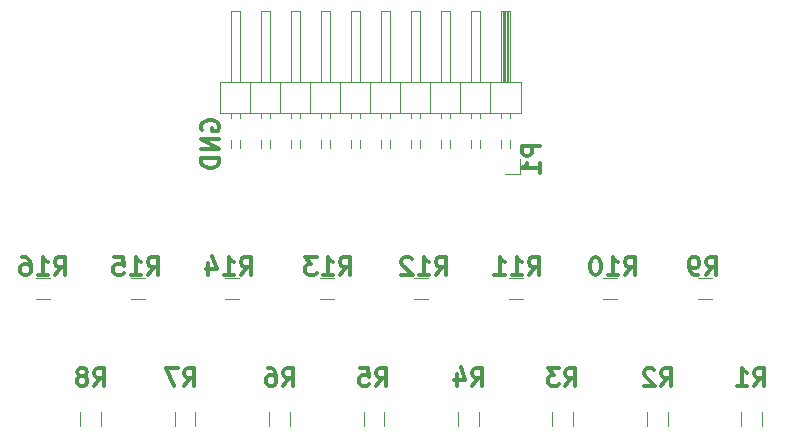
<source format=gbr>
G04 #@! TF.FileFunction,Legend,Bot*
%FSLAX46Y46*%
G04 Gerber Fmt 4.6, Leading zero omitted, Abs format (unit mm)*
G04 Created by KiCad (PCBNEW (after 2015-mar-04 BZR unknown)-product) date 5/3/2017 9:33:33 AM*
%MOMM*%
G01*
G04 APERTURE LIST*
%ADD10C,0.150000*%
%ADD11C,0.304800*%
%ADD12C,0.120000*%
G04 APERTURE END LIST*
D10*
D11*
X29464000Y-13570858D02*
X29391429Y-13425715D01*
X29391429Y-13208001D01*
X29464000Y-12990286D01*
X29609143Y-12845144D01*
X29754286Y-12772572D01*
X30044571Y-12700001D01*
X30262286Y-12700001D01*
X30552571Y-12772572D01*
X30697714Y-12845144D01*
X30842857Y-12990286D01*
X30915429Y-13208001D01*
X30915429Y-13353144D01*
X30842857Y-13570858D01*
X30770286Y-13643429D01*
X30262286Y-13643429D01*
X30262286Y-13353144D01*
X30915429Y-14296572D02*
X29391429Y-14296572D01*
X30915429Y-15167429D01*
X29391429Y-15167429D01*
X30915429Y-15893143D02*
X29391429Y-15893143D01*
X29391429Y-16256000D01*
X29464000Y-16473715D01*
X29609143Y-16618857D01*
X29754286Y-16691429D01*
X30044571Y-16764000D01*
X30262286Y-16764000D01*
X30552571Y-16691429D01*
X30697714Y-16618857D01*
X30842857Y-16473715D01*
X30915429Y-16256000D01*
X30915429Y-15893143D01*
D12*
X76880000Y-38600000D02*
X76880000Y-37400000D01*
X75120000Y-37400000D02*
X75120000Y-38600000D01*
X68880000Y-38600000D02*
X68880000Y-37400000D01*
X67120000Y-37400000D02*
X67120000Y-38600000D01*
X60880000Y-38600000D02*
X60880000Y-37400000D01*
X59120000Y-37400000D02*
X59120000Y-38600000D01*
X52880000Y-38600000D02*
X52880000Y-37400000D01*
X51120000Y-37400000D02*
X51120000Y-38600000D01*
X44880000Y-38600000D02*
X44880000Y-37400000D01*
X43120000Y-37400000D02*
X43120000Y-38600000D01*
X36880000Y-38600000D02*
X36880000Y-37400000D01*
X35120000Y-37400000D02*
X35120000Y-38600000D01*
X28880000Y-38600000D02*
X28880000Y-37400000D01*
X27120000Y-37400000D02*
X27120000Y-38600000D01*
X20880000Y-38600000D02*
X20880000Y-37400000D01*
X19120000Y-37400000D02*
X19120000Y-38600000D01*
X72600000Y-26120000D02*
X71400000Y-26120000D01*
X71400000Y-27880000D02*
X72600000Y-27880000D01*
X64600000Y-26120000D02*
X63400000Y-26120000D01*
X63400000Y-27880000D02*
X64600000Y-27880000D01*
X56600000Y-26120000D02*
X55400000Y-26120000D01*
X55400000Y-27880000D02*
X56600000Y-27880000D01*
X48600000Y-26120000D02*
X47400000Y-26120000D01*
X47400000Y-27880000D02*
X48600000Y-27880000D01*
X40600000Y-26120000D02*
X39400000Y-26120000D01*
X39400000Y-27880000D02*
X40600000Y-27880000D01*
X32600000Y-26120000D02*
X31400000Y-26120000D01*
X31400000Y-27880000D02*
X32600000Y-27880000D01*
X24600000Y-26120000D02*
X23400000Y-26120000D01*
X23400000Y-27880000D02*
X24600000Y-27880000D01*
X16600000Y-26120000D02*
X15400000Y-26120000D01*
X15400000Y-27880000D02*
X16600000Y-27880000D01*
X56448000Y-12122000D02*
X53848000Y-12122000D01*
X53848000Y-12122000D02*
X53848000Y-9502000D01*
X53848000Y-9502000D02*
X56448000Y-9502000D01*
X56448000Y-9502000D02*
X56448000Y-12122000D01*
X55498000Y-9502000D02*
X54738000Y-9502000D01*
X54738000Y-9502000D02*
X54738000Y-3502000D01*
X54738000Y-3502000D02*
X55498000Y-3502000D01*
X55498000Y-3502000D02*
X55498000Y-9502000D01*
X55498000Y-12552000D02*
X55498000Y-12122000D01*
X54738000Y-12552000D02*
X54738000Y-12122000D01*
X55498000Y-15092000D02*
X55498000Y-14372000D01*
X54738000Y-15092000D02*
X54738000Y-14372000D01*
X55378000Y-9502000D02*
X55378000Y-3502000D01*
X55258000Y-9502000D02*
X55258000Y-3502000D01*
X55138000Y-9502000D02*
X55138000Y-3502000D01*
X55018000Y-9502000D02*
X55018000Y-3502000D01*
X54898000Y-9502000D02*
X54898000Y-3502000D01*
X54778000Y-9502000D02*
X54778000Y-3502000D01*
X53848000Y-12122000D02*
X51308000Y-12122000D01*
X51308000Y-12122000D02*
X51308000Y-9502000D01*
X51308000Y-9502000D02*
X53848000Y-9502000D01*
X53848000Y-9502000D02*
X53848000Y-12122000D01*
X52958000Y-9502000D02*
X52198000Y-9502000D01*
X52198000Y-9502000D02*
X52198000Y-3502000D01*
X52198000Y-3502000D02*
X52958000Y-3502000D01*
X52958000Y-3502000D02*
X52958000Y-9502000D01*
X52958000Y-12552000D02*
X52958000Y-12122000D01*
X52198000Y-12552000D02*
X52198000Y-12122000D01*
X52958000Y-15092000D02*
X52958000Y-14372000D01*
X52198000Y-15092000D02*
X52198000Y-14372000D01*
X51308000Y-12122000D02*
X48768000Y-12122000D01*
X48768000Y-12122000D02*
X48768000Y-9502000D01*
X48768000Y-9502000D02*
X51308000Y-9502000D01*
X51308000Y-9502000D02*
X51308000Y-12122000D01*
X50418000Y-9502000D02*
X49658000Y-9502000D01*
X49658000Y-9502000D02*
X49658000Y-3502000D01*
X49658000Y-3502000D02*
X50418000Y-3502000D01*
X50418000Y-3502000D02*
X50418000Y-9502000D01*
X50418000Y-12552000D02*
X50418000Y-12122000D01*
X49658000Y-12552000D02*
X49658000Y-12122000D01*
X50418000Y-15092000D02*
X50418000Y-14372000D01*
X49658000Y-15092000D02*
X49658000Y-14372000D01*
X48768000Y-12122000D02*
X46228000Y-12122000D01*
X46228000Y-12122000D02*
X46228000Y-9502000D01*
X46228000Y-9502000D02*
X48768000Y-9502000D01*
X48768000Y-9502000D02*
X48768000Y-12122000D01*
X47878000Y-9502000D02*
X47118000Y-9502000D01*
X47118000Y-9502000D02*
X47118000Y-3502000D01*
X47118000Y-3502000D02*
X47878000Y-3502000D01*
X47878000Y-3502000D02*
X47878000Y-9502000D01*
X47878000Y-12552000D02*
X47878000Y-12122000D01*
X47118000Y-12552000D02*
X47118000Y-12122000D01*
X47878000Y-15092000D02*
X47878000Y-14372000D01*
X47118000Y-15092000D02*
X47118000Y-14372000D01*
X46228000Y-12122000D02*
X43688000Y-12122000D01*
X43688000Y-12122000D02*
X43688000Y-9502000D01*
X43688000Y-9502000D02*
X46228000Y-9502000D01*
X46228000Y-9502000D02*
X46228000Y-12122000D01*
X45338000Y-9502000D02*
X44578000Y-9502000D01*
X44578000Y-9502000D02*
X44578000Y-3502000D01*
X44578000Y-3502000D02*
X45338000Y-3502000D01*
X45338000Y-3502000D02*
X45338000Y-9502000D01*
X45338000Y-12552000D02*
X45338000Y-12122000D01*
X44578000Y-12552000D02*
X44578000Y-12122000D01*
X45338000Y-15092000D02*
X45338000Y-14372000D01*
X44578000Y-15092000D02*
X44578000Y-14372000D01*
X43688000Y-12122000D02*
X41148000Y-12122000D01*
X41148000Y-12122000D02*
X41148000Y-9502000D01*
X41148000Y-9502000D02*
X43688000Y-9502000D01*
X43688000Y-9502000D02*
X43688000Y-12122000D01*
X42798000Y-9502000D02*
X42038000Y-9502000D01*
X42038000Y-9502000D02*
X42038000Y-3502000D01*
X42038000Y-3502000D02*
X42798000Y-3502000D01*
X42798000Y-3502000D02*
X42798000Y-9502000D01*
X42798000Y-12552000D02*
X42798000Y-12122000D01*
X42038000Y-12552000D02*
X42038000Y-12122000D01*
X42798000Y-15092000D02*
X42798000Y-14372000D01*
X42038000Y-15092000D02*
X42038000Y-14372000D01*
X41148000Y-12122000D02*
X38608000Y-12122000D01*
X38608000Y-12122000D02*
X38608000Y-9502000D01*
X38608000Y-9502000D02*
X41148000Y-9502000D01*
X41148000Y-9502000D02*
X41148000Y-12122000D01*
X40258000Y-9502000D02*
X39498000Y-9502000D01*
X39498000Y-9502000D02*
X39498000Y-3502000D01*
X39498000Y-3502000D02*
X40258000Y-3502000D01*
X40258000Y-3502000D02*
X40258000Y-9502000D01*
X40258000Y-12552000D02*
X40258000Y-12122000D01*
X39498000Y-12552000D02*
X39498000Y-12122000D01*
X40258000Y-15092000D02*
X40258000Y-14372000D01*
X39498000Y-15092000D02*
X39498000Y-14372000D01*
X38608000Y-12122000D02*
X36068000Y-12122000D01*
X36068000Y-12122000D02*
X36068000Y-9502000D01*
X36068000Y-9502000D02*
X38608000Y-9502000D01*
X38608000Y-9502000D02*
X38608000Y-12122000D01*
X37718000Y-9502000D02*
X36958000Y-9502000D01*
X36958000Y-9502000D02*
X36958000Y-3502000D01*
X36958000Y-3502000D02*
X37718000Y-3502000D01*
X37718000Y-3502000D02*
X37718000Y-9502000D01*
X37718000Y-12552000D02*
X37718000Y-12122000D01*
X36958000Y-12552000D02*
X36958000Y-12122000D01*
X37718000Y-15092000D02*
X37718000Y-14372000D01*
X36958000Y-15092000D02*
X36958000Y-14372000D01*
X36068000Y-12122000D02*
X33528000Y-12122000D01*
X33528000Y-12122000D02*
X33528000Y-9502000D01*
X33528000Y-9502000D02*
X36068000Y-9502000D01*
X36068000Y-9502000D02*
X36068000Y-12122000D01*
X35178000Y-9502000D02*
X34418000Y-9502000D01*
X34418000Y-9502000D02*
X34418000Y-3502000D01*
X34418000Y-3502000D02*
X35178000Y-3502000D01*
X35178000Y-3502000D02*
X35178000Y-9502000D01*
X35178000Y-12552000D02*
X35178000Y-12122000D01*
X34418000Y-12552000D02*
X34418000Y-12122000D01*
X35178000Y-15092000D02*
X35178000Y-14372000D01*
X34418000Y-15092000D02*
X34418000Y-14372000D01*
X33528000Y-12122000D02*
X30928000Y-12122000D01*
X30928000Y-12122000D02*
X30928000Y-9502000D01*
X30928000Y-9502000D02*
X33528000Y-9502000D01*
X33528000Y-9502000D02*
X33528000Y-12122000D01*
X32638000Y-9502000D02*
X31878000Y-9502000D01*
X31878000Y-9502000D02*
X31878000Y-3502000D01*
X31878000Y-3502000D02*
X32638000Y-3502000D01*
X32638000Y-3502000D02*
X32638000Y-9502000D01*
X32638000Y-12552000D02*
X32638000Y-12122000D01*
X31878000Y-12552000D02*
X31878000Y-12122000D01*
X32638000Y-15092000D02*
X32638000Y-14372000D01*
X31878000Y-15092000D02*
X31878000Y-14372000D01*
X55118000Y-17272000D02*
X56388000Y-17272000D01*
X56388000Y-17272000D02*
X56388000Y-16002000D01*
D11*
X76200000Y-35233429D02*
X76708000Y-34507714D01*
X77070857Y-35233429D02*
X77070857Y-33709429D01*
X76490285Y-33709429D01*
X76345143Y-33782000D01*
X76272571Y-33854571D01*
X76200000Y-33999714D01*
X76200000Y-34217429D01*
X76272571Y-34362571D01*
X76345143Y-34435143D01*
X76490285Y-34507714D01*
X77070857Y-34507714D01*
X74748571Y-35233429D02*
X75619428Y-35233429D01*
X75184000Y-35233429D02*
X75184000Y-33709429D01*
X75329143Y-33927143D01*
X75474285Y-34072286D01*
X75619428Y-34144857D01*
X68326000Y-35233429D02*
X68834000Y-34507714D01*
X69196857Y-35233429D02*
X69196857Y-33709429D01*
X68616285Y-33709429D01*
X68471143Y-33782000D01*
X68398571Y-33854571D01*
X68326000Y-33999714D01*
X68326000Y-34217429D01*
X68398571Y-34362571D01*
X68471143Y-34435143D01*
X68616285Y-34507714D01*
X69196857Y-34507714D01*
X67745428Y-33854571D02*
X67672857Y-33782000D01*
X67527714Y-33709429D01*
X67164857Y-33709429D01*
X67019714Y-33782000D01*
X66947143Y-33854571D01*
X66874571Y-33999714D01*
X66874571Y-34144857D01*
X66947143Y-34362571D01*
X67818000Y-35233429D01*
X66874571Y-35233429D01*
X60198000Y-35233429D02*
X60706000Y-34507714D01*
X61068857Y-35233429D02*
X61068857Y-33709429D01*
X60488285Y-33709429D01*
X60343143Y-33782000D01*
X60270571Y-33854571D01*
X60198000Y-33999714D01*
X60198000Y-34217429D01*
X60270571Y-34362571D01*
X60343143Y-34435143D01*
X60488285Y-34507714D01*
X61068857Y-34507714D01*
X59690000Y-33709429D02*
X58746571Y-33709429D01*
X59254571Y-34290000D01*
X59036857Y-34290000D01*
X58891714Y-34362571D01*
X58819143Y-34435143D01*
X58746571Y-34580286D01*
X58746571Y-34943143D01*
X58819143Y-35088286D01*
X58891714Y-35160857D01*
X59036857Y-35233429D01*
X59472285Y-35233429D01*
X59617428Y-35160857D01*
X59690000Y-35088286D01*
X52324000Y-35233429D02*
X52832000Y-34507714D01*
X53194857Y-35233429D02*
X53194857Y-33709429D01*
X52614285Y-33709429D01*
X52469143Y-33782000D01*
X52396571Y-33854571D01*
X52324000Y-33999714D01*
X52324000Y-34217429D01*
X52396571Y-34362571D01*
X52469143Y-34435143D01*
X52614285Y-34507714D01*
X53194857Y-34507714D01*
X51017714Y-34217429D02*
X51017714Y-35233429D01*
X51380571Y-33636857D02*
X51743428Y-34725429D01*
X50800000Y-34725429D01*
X44196000Y-35233429D02*
X44704000Y-34507714D01*
X45066857Y-35233429D02*
X45066857Y-33709429D01*
X44486285Y-33709429D01*
X44341143Y-33782000D01*
X44268571Y-33854571D01*
X44196000Y-33999714D01*
X44196000Y-34217429D01*
X44268571Y-34362571D01*
X44341143Y-34435143D01*
X44486285Y-34507714D01*
X45066857Y-34507714D01*
X42817143Y-33709429D02*
X43542857Y-33709429D01*
X43615428Y-34435143D01*
X43542857Y-34362571D01*
X43397714Y-34290000D01*
X43034857Y-34290000D01*
X42889714Y-34362571D01*
X42817143Y-34435143D01*
X42744571Y-34580286D01*
X42744571Y-34943143D01*
X42817143Y-35088286D01*
X42889714Y-35160857D01*
X43034857Y-35233429D01*
X43397714Y-35233429D01*
X43542857Y-35160857D01*
X43615428Y-35088286D01*
X36322000Y-35233429D02*
X36830000Y-34507714D01*
X37192857Y-35233429D02*
X37192857Y-33709429D01*
X36612285Y-33709429D01*
X36467143Y-33782000D01*
X36394571Y-33854571D01*
X36322000Y-33999714D01*
X36322000Y-34217429D01*
X36394571Y-34362571D01*
X36467143Y-34435143D01*
X36612285Y-34507714D01*
X37192857Y-34507714D01*
X35015714Y-33709429D02*
X35306000Y-33709429D01*
X35451143Y-33782000D01*
X35523714Y-33854571D01*
X35668857Y-34072286D01*
X35741428Y-34362571D01*
X35741428Y-34943143D01*
X35668857Y-35088286D01*
X35596285Y-35160857D01*
X35451143Y-35233429D01*
X35160857Y-35233429D01*
X35015714Y-35160857D01*
X34943143Y-35088286D01*
X34870571Y-34943143D01*
X34870571Y-34580286D01*
X34943143Y-34435143D01*
X35015714Y-34362571D01*
X35160857Y-34290000D01*
X35451143Y-34290000D01*
X35596285Y-34362571D01*
X35668857Y-34435143D01*
X35741428Y-34580286D01*
X27940000Y-35233429D02*
X28448000Y-34507714D01*
X28810857Y-35233429D02*
X28810857Y-33709429D01*
X28230285Y-33709429D01*
X28085143Y-33782000D01*
X28012571Y-33854571D01*
X27940000Y-33999714D01*
X27940000Y-34217429D01*
X28012571Y-34362571D01*
X28085143Y-34435143D01*
X28230285Y-34507714D01*
X28810857Y-34507714D01*
X27432000Y-33709429D02*
X26416000Y-33709429D01*
X27069143Y-35233429D01*
X20320000Y-35233429D02*
X20828000Y-34507714D01*
X21190857Y-35233429D02*
X21190857Y-33709429D01*
X20610285Y-33709429D01*
X20465143Y-33782000D01*
X20392571Y-33854571D01*
X20320000Y-33999714D01*
X20320000Y-34217429D01*
X20392571Y-34362571D01*
X20465143Y-34435143D01*
X20610285Y-34507714D01*
X21190857Y-34507714D01*
X19449143Y-34362571D02*
X19594285Y-34290000D01*
X19666857Y-34217429D01*
X19739428Y-34072286D01*
X19739428Y-33999714D01*
X19666857Y-33854571D01*
X19594285Y-33782000D01*
X19449143Y-33709429D01*
X19158857Y-33709429D01*
X19013714Y-33782000D01*
X18941143Y-33854571D01*
X18868571Y-33999714D01*
X18868571Y-34072286D01*
X18941143Y-34217429D01*
X19013714Y-34290000D01*
X19158857Y-34362571D01*
X19449143Y-34362571D01*
X19594285Y-34435143D01*
X19666857Y-34507714D01*
X19739428Y-34652857D01*
X19739428Y-34943143D01*
X19666857Y-35088286D01*
X19594285Y-35160857D01*
X19449143Y-35233429D01*
X19158857Y-35233429D01*
X19013714Y-35160857D01*
X18941143Y-35088286D01*
X18868571Y-34943143D01*
X18868571Y-34652857D01*
X18941143Y-34507714D01*
X19013714Y-34435143D01*
X19158857Y-34362571D01*
X72136000Y-25835429D02*
X72644000Y-25109714D01*
X73006857Y-25835429D02*
X73006857Y-24311429D01*
X72426285Y-24311429D01*
X72281143Y-24384000D01*
X72208571Y-24456571D01*
X72136000Y-24601714D01*
X72136000Y-24819429D01*
X72208571Y-24964571D01*
X72281143Y-25037143D01*
X72426285Y-25109714D01*
X73006857Y-25109714D01*
X71410285Y-25835429D02*
X71120000Y-25835429D01*
X70974857Y-25762857D01*
X70902285Y-25690286D01*
X70757143Y-25472571D01*
X70684571Y-25182286D01*
X70684571Y-24601714D01*
X70757143Y-24456571D01*
X70829714Y-24384000D01*
X70974857Y-24311429D01*
X71265143Y-24311429D01*
X71410285Y-24384000D01*
X71482857Y-24456571D01*
X71555428Y-24601714D01*
X71555428Y-24964571D01*
X71482857Y-25109714D01*
X71410285Y-25182286D01*
X71265143Y-25254857D01*
X70974857Y-25254857D01*
X70829714Y-25182286D01*
X70757143Y-25109714D01*
X70684571Y-24964571D01*
X65241715Y-25835429D02*
X65749715Y-25109714D01*
X66112572Y-25835429D02*
X66112572Y-24311429D01*
X65532000Y-24311429D01*
X65386858Y-24384000D01*
X65314286Y-24456571D01*
X65241715Y-24601714D01*
X65241715Y-24819429D01*
X65314286Y-24964571D01*
X65386858Y-25037143D01*
X65532000Y-25109714D01*
X66112572Y-25109714D01*
X63790286Y-25835429D02*
X64661143Y-25835429D01*
X64225715Y-25835429D02*
X64225715Y-24311429D01*
X64370858Y-24529143D01*
X64516000Y-24674286D01*
X64661143Y-24746857D01*
X62846857Y-24311429D02*
X62701714Y-24311429D01*
X62556571Y-24384000D01*
X62484000Y-24456571D01*
X62411429Y-24601714D01*
X62338857Y-24892000D01*
X62338857Y-25254857D01*
X62411429Y-25545143D01*
X62484000Y-25690286D01*
X62556571Y-25762857D01*
X62701714Y-25835429D01*
X62846857Y-25835429D01*
X62992000Y-25762857D01*
X63064571Y-25690286D01*
X63137143Y-25545143D01*
X63209714Y-25254857D01*
X63209714Y-24892000D01*
X63137143Y-24601714D01*
X63064571Y-24456571D01*
X62992000Y-24384000D01*
X62846857Y-24311429D01*
X57113715Y-25835429D02*
X57621715Y-25109714D01*
X57984572Y-25835429D02*
X57984572Y-24311429D01*
X57404000Y-24311429D01*
X57258858Y-24384000D01*
X57186286Y-24456571D01*
X57113715Y-24601714D01*
X57113715Y-24819429D01*
X57186286Y-24964571D01*
X57258858Y-25037143D01*
X57404000Y-25109714D01*
X57984572Y-25109714D01*
X55662286Y-25835429D02*
X56533143Y-25835429D01*
X56097715Y-25835429D02*
X56097715Y-24311429D01*
X56242858Y-24529143D01*
X56388000Y-24674286D01*
X56533143Y-24746857D01*
X54210857Y-25835429D02*
X55081714Y-25835429D01*
X54646286Y-25835429D02*
X54646286Y-24311429D01*
X54791429Y-24529143D01*
X54936571Y-24674286D01*
X55081714Y-24746857D01*
X49239715Y-25835429D02*
X49747715Y-25109714D01*
X50110572Y-25835429D02*
X50110572Y-24311429D01*
X49530000Y-24311429D01*
X49384858Y-24384000D01*
X49312286Y-24456571D01*
X49239715Y-24601714D01*
X49239715Y-24819429D01*
X49312286Y-24964571D01*
X49384858Y-25037143D01*
X49530000Y-25109714D01*
X50110572Y-25109714D01*
X47788286Y-25835429D02*
X48659143Y-25835429D01*
X48223715Y-25835429D02*
X48223715Y-24311429D01*
X48368858Y-24529143D01*
X48514000Y-24674286D01*
X48659143Y-24746857D01*
X47207714Y-24456571D02*
X47135143Y-24384000D01*
X46990000Y-24311429D01*
X46627143Y-24311429D01*
X46482000Y-24384000D01*
X46409429Y-24456571D01*
X46336857Y-24601714D01*
X46336857Y-24746857D01*
X46409429Y-24964571D01*
X47280286Y-25835429D01*
X46336857Y-25835429D01*
X41111715Y-25835429D02*
X41619715Y-25109714D01*
X41982572Y-25835429D02*
X41982572Y-24311429D01*
X41402000Y-24311429D01*
X41256858Y-24384000D01*
X41184286Y-24456571D01*
X41111715Y-24601714D01*
X41111715Y-24819429D01*
X41184286Y-24964571D01*
X41256858Y-25037143D01*
X41402000Y-25109714D01*
X41982572Y-25109714D01*
X39660286Y-25835429D02*
X40531143Y-25835429D01*
X40095715Y-25835429D02*
X40095715Y-24311429D01*
X40240858Y-24529143D01*
X40386000Y-24674286D01*
X40531143Y-24746857D01*
X39152286Y-24311429D02*
X38208857Y-24311429D01*
X38716857Y-24892000D01*
X38499143Y-24892000D01*
X38354000Y-24964571D01*
X38281429Y-25037143D01*
X38208857Y-25182286D01*
X38208857Y-25545143D01*
X38281429Y-25690286D01*
X38354000Y-25762857D01*
X38499143Y-25835429D01*
X38934571Y-25835429D01*
X39079714Y-25762857D01*
X39152286Y-25690286D01*
X32729715Y-25835429D02*
X33237715Y-25109714D01*
X33600572Y-25835429D02*
X33600572Y-24311429D01*
X33020000Y-24311429D01*
X32874858Y-24384000D01*
X32802286Y-24456571D01*
X32729715Y-24601714D01*
X32729715Y-24819429D01*
X32802286Y-24964571D01*
X32874858Y-25037143D01*
X33020000Y-25109714D01*
X33600572Y-25109714D01*
X31278286Y-25835429D02*
X32149143Y-25835429D01*
X31713715Y-25835429D02*
X31713715Y-24311429D01*
X31858858Y-24529143D01*
X32004000Y-24674286D01*
X32149143Y-24746857D01*
X29972000Y-24819429D02*
X29972000Y-25835429D01*
X30334857Y-24238857D02*
X30697714Y-25327429D01*
X29754286Y-25327429D01*
X24855715Y-25835429D02*
X25363715Y-25109714D01*
X25726572Y-25835429D02*
X25726572Y-24311429D01*
X25146000Y-24311429D01*
X25000858Y-24384000D01*
X24928286Y-24456571D01*
X24855715Y-24601714D01*
X24855715Y-24819429D01*
X24928286Y-24964571D01*
X25000858Y-25037143D01*
X25146000Y-25109714D01*
X25726572Y-25109714D01*
X23404286Y-25835429D02*
X24275143Y-25835429D01*
X23839715Y-25835429D02*
X23839715Y-24311429D01*
X23984858Y-24529143D01*
X24130000Y-24674286D01*
X24275143Y-24746857D01*
X22025429Y-24311429D02*
X22751143Y-24311429D01*
X22823714Y-25037143D01*
X22751143Y-24964571D01*
X22606000Y-24892000D01*
X22243143Y-24892000D01*
X22098000Y-24964571D01*
X22025429Y-25037143D01*
X21952857Y-25182286D01*
X21952857Y-25545143D01*
X22025429Y-25690286D01*
X22098000Y-25762857D01*
X22243143Y-25835429D01*
X22606000Y-25835429D01*
X22751143Y-25762857D01*
X22823714Y-25690286D01*
X16981715Y-25835429D02*
X17489715Y-25109714D01*
X17852572Y-25835429D02*
X17852572Y-24311429D01*
X17272000Y-24311429D01*
X17126858Y-24384000D01*
X17054286Y-24456571D01*
X16981715Y-24601714D01*
X16981715Y-24819429D01*
X17054286Y-24964571D01*
X17126858Y-25037143D01*
X17272000Y-25109714D01*
X17852572Y-25109714D01*
X15530286Y-25835429D02*
X16401143Y-25835429D01*
X15965715Y-25835429D02*
X15965715Y-24311429D01*
X16110858Y-24529143D01*
X16256000Y-24674286D01*
X16401143Y-24746857D01*
X14224000Y-24311429D02*
X14514286Y-24311429D01*
X14659429Y-24384000D01*
X14732000Y-24456571D01*
X14877143Y-24674286D01*
X14949714Y-24964571D01*
X14949714Y-25545143D01*
X14877143Y-25690286D01*
X14804571Y-25762857D01*
X14659429Y-25835429D01*
X14369143Y-25835429D01*
X14224000Y-25762857D01*
X14151429Y-25690286D01*
X14078857Y-25545143D01*
X14078857Y-25182286D01*
X14151429Y-25037143D01*
X14224000Y-24964571D01*
X14369143Y-24892000D01*
X14659429Y-24892000D01*
X14804571Y-24964571D01*
X14877143Y-25037143D01*
X14949714Y-25182286D01*
X58093429Y-14877143D02*
X56569429Y-14877143D01*
X56569429Y-15457715D01*
X56642000Y-15602857D01*
X56714571Y-15675429D01*
X56859714Y-15748000D01*
X57077429Y-15748000D01*
X57222571Y-15675429D01*
X57295143Y-15602857D01*
X57367714Y-15457715D01*
X57367714Y-14877143D01*
X58093429Y-17199429D02*
X58093429Y-16328572D01*
X58093429Y-16764000D02*
X56569429Y-16764000D01*
X56787143Y-16618857D01*
X56932286Y-16473715D01*
X57004857Y-16328572D01*
M02*

</source>
